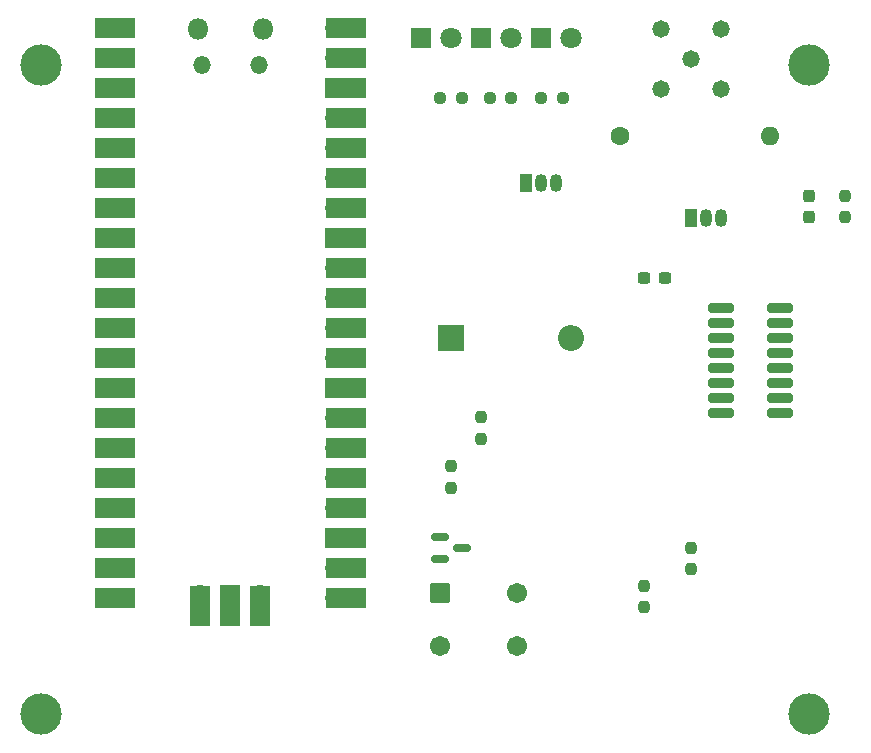
<source format=gts>
G04 #@! TF.GenerationSoftware,KiCad,Pcbnew,7.0.8-7.0.8~ubuntu22.04.1*
G04 #@! TF.CreationDate,2023-12-12T02:33:24+01:00*
G04 #@! TF.ProjectId,kicad,6b696361-642e-46b6-9963-61645f706362,rev?*
G04 #@! TF.SameCoordinates,Original*
G04 #@! TF.FileFunction,Soldermask,Top*
G04 #@! TF.FilePolarity,Negative*
%FSLAX46Y46*%
G04 Gerber Fmt 4.6, Leading zero omitted, Abs format (unit mm)*
G04 Created by KiCad (PCBNEW 7.0.8-7.0.8~ubuntu22.04.1) date 2023-12-12 02:33:24*
%MOMM*%
%LPD*%
G01*
G04 APERTURE LIST*
G04 Aperture macros list*
%AMRoundRect*
0 Rectangle with rounded corners*
0 $1 Rounding radius*
0 $2 $3 $4 $5 $6 $7 $8 $9 X,Y pos of 4 corners*
0 Add a 4 corners polygon primitive as box body*
4,1,4,$2,$3,$4,$5,$6,$7,$8,$9,$2,$3,0*
0 Add four circle primitives for the rounded corners*
1,1,$1+$1,$2,$3*
1,1,$1+$1,$4,$5*
1,1,$1+$1,$6,$7*
1,1,$1+$1,$8,$9*
0 Add four rect primitives between the rounded corners*
20,1,$1+$1,$2,$3,$4,$5,0*
20,1,$1+$1,$4,$5,$6,$7,0*
20,1,$1+$1,$6,$7,$8,$9,0*
20,1,$1+$1,$8,$9,$2,$3,0*%
G04 Aperture macros list end*
%ADD10RoundRect,0.144000X-0.943000X-0.258000X0.943000X-0.258000X0.943000X0.258000X-0.943000X0.258000X0*%
%ADD11R,1.800000X1.800000*%
%ADD12C,1.800000*%
%ADD13O,1.800000X1.800000*%
%ADD14O,1.500000X1.500000*%
%ADD15O,1.700000X1.700000*%
%ADD16R,3.500000X1.700000*%
%ADD17R,1.700000X1.700000*%
%ADD18R,1.700000X3.500000*%
%ADD19RoundRect,0.237500X-0.237500X0.250000X-0.237500X-0.250000X0.237500X-0.250000X0.237500X0.250000X0*%
%ADD20RoundRect,0.237500X-0.300000X-0.237500X0.300000X-0.237500X0.300000X0.237500X-0.300000X0.237500X0*%
%ADD21R,1.050000X1.500000*%
%ADD22O,1.050000X1.500000*%
%ADD23R,2.200000X2.200000*%
%ADD24O,2.200000X2.200000*%
%ADD25C,3.500000*%
%ADD26RoundRect,0.237500X-0.237500X0.300000X-0.237500X-0.300000X0.237500X-0.300000X0.237500X0.300000X0*%
%ADD27C,1.473200*%
%ADD28RoundRect,0.237500X-0.250000X-0.237500X0.250000X-0.237500X0.250000X0.237500X-0.250000X0.237500X0*%
%ADD29RoundRect,0.237500X0.237500X-0.250000X0.237500X0.250000X-0.237500X0.250000X-0.237500X-0.250000X0*%
%ADD30RoundRect,0.102000X-0.749000X-0.749000X0.749000X-0.749000X0.749000X0.749000X-0.749000X0.749000X0*%
%ADD31C,1.702000*%
%ADD32C,1.600000*%
%ADD33O,1.600000X1.600000*%
%ADD34RoundRect,0.150000X-0.587500X-0.150000X0.587500X-0.150000X0.587500X0.150000X-0.587500X0.150000X0*%
G04 APERTURE END LIST*
D10*
X162560000Y-68580000D03*
X162560000Y-69850000D03*
X162560000Y-71120000D03*
X162560000Y-72390000D03*
X162560000Y-73660000D03*
X162560000Y-74930000D03*
X162560000Y-76200000D03*
X162560000Y-77470000D03*
X167510000Y-77470000D03*
X167510000Y-76200000D03*
X167510000Y-74930000D03*
X167510000Y-73660000D03*
X167510000Y-72390000D03*
X167510000Y-71120000D03*
X167510000Y-69850000D03*
X167510000Y-68580000D03*
D11*
X137160000Y-45720000D03*
D12*
X139700000Y-45720000D03*
D13*
X118275000Y-45000000D03*
D14*
X118575000Y-48030000D03*
X123425000Y-48030000D03*
D13*
X123725000Y-45000000D03*
D15*
X112110000Y-44870000D03*
D16*
X111210000Y-44870000D03*
D15*
X112110000Y-47410000D03*
D16*
X111210000Y-47410000D03*
D17*
X112110000Y-49950000D03*
D16*
X111210000Y-49950000D03*
D15*
X112110000Y-52490000D03*
D16*
X111210000Y-52490000D03*
D15*
X112110000Y-55030000D03*
D16*
X111210000Y-55030000D03*
D15*
X112110000Y-57570000D03*
D16*
X111210000Y-57570000D03*
D15*
X112110000Y-60110000D03*
D16*
X111210000Y-60110000D03*
D17*
X112110000Y-62650000D03*
D16*
X111210000Y-62650000D03*
D15*
X112110000Y-65190000D03*
D16*
X111210000Y-65190000D03*
D15*
X112110000Y-67730000D03*
D16*
X111210000Y-67730000D03*
D15*
X112110000Y-70270000D03*
D16*
X111210000Y-70270000D03*
D15*
X112110000Y-72810000D03*
D16*
X111210000Y-72810000D03*
D17*
X112110000Y-75350000D03*
D16*
X111210000Y-75350000D03*
D15*
X112110000Y-77890000D03*
D16*
X111210000Y-77890000D03*
D15*
X112110000Y-80430000D03*
D16*
X111210000Y-80430000D03*
D15*
X112110000Y-82970000D03*
D16*
X111210000Y-82970000D03*
D15*
X112110000Y-85510000D03*
D16*
X111210000Y-85510000D03*
D17*
X112110000Y-88050000D03*
D16*
X111210000Y-88050000D03*
D15*
X112110000Y-90590000D03*
D16*
X111210000Y-90590000D03*
D15*
X112110000Y-93130000D03*
D16*
X111210000Y-93130000D03*
D15*
X129890000Y-93130000D03*
D16*
X130790000Y-93130000D03*
D15*
X129890000Y-90590000D03*
D16*
X130790000Y-90590000D03*
D17*
X129890000Y-88050000D03*
D16*
X130790000Y-88050000D03*
D15*
X129890000Y-85510000D03*
D16*
X130790000Y-85510000D03*
D15*
X129890000Y-82970000D03*
D16*
X130790000Y-82970000D03*
D15*
X129890000Y-80430000D03*
D16*
X130790000Y-80430000D03*
D15*
X129890000Y-77890000D03*
D16*
X130790000Y-77890000D03*
D17*
X129890000Y-75350000D03*
D16*
X130790000Y-75350000D03*
D15*
X129890000Y-72810000D03*
D16*
X130790000Y-72810000D03*
D15*
X129890000Y-70270000D03*
D16*
X130790000Y-70270000D03*
D15*
X129890000Y-67730000D03*
D16*
X130790000Y-67730000D03*
D15*
X129890000Y-65190000D03*
D16*
X130790000Y-65190000D03*
D17*
X129890000Y-62650000D03*
D16*
X130790000Y-62650000D03*
D15*
X129890000Y-60110000D03*
D16*
X130790000Y-60110000D03*
D15*
X129890000Y-57570000D03*
D16*
X130790000Y-57570000D03*
D15*
X129890000Y-55030000D03*
D16*
X130790000Y-55030000D03*
D15*
X129890000Y-52490000D03*
D16*
X130790000Y-52490000D03*
D17*
X129890000Y-49950000D03*
D16*
X130790000Y-49950000D03*
D15*
X129890000Y-47410000D03*
D16*
X130790000Y-47410000D03*
D15*
X129890000Y-44870000D03*
D16*
X130790000Y-44870000D03*
D15*
X118460000Y-92900000D03*
D18*
X118460000Y-93800000D03*
D17*
X121000000Y-92900000D03*
D18*
X121000000Y-93800000D03*
D15*
X123540000Y-92900000D03*
D18*
X123540000Y-93800000D03*
D19*
X173000000Y-59087500D03*
X173000000Y-60912500D03*
D20*
X156050000Y-66040000D03*
X157775000Y-66040000D03*
D21*
X160020000Y-60960000D03*
D22*
X161290000Y-60960000D03*
X162560000Y-60960000D03*
D11*
X142240000Y-45720000D03*
D12*
X144780000Y-45720000D03*
D23*
X139700000Y-71120000D03*
D24*
X149860000Y-71120000D03*
D25*
X170000000Y-48000000D03*
D19*
X156000000Y-92087500D03*
X156000000Y-93912500D03*
D26*
X170000000Y-59137500D03*
X170000000Y-60862500D03*
D27*
X160020000Y-47540000D03*
X157480000Y-45000000D03*
X157480000Y-50080000D03*
X162560000Y-50080000D03*
X162560000Y-45000000D03*
D11*
X147320000Y-45720000D03*
D12*
X149860000Y-45720000D03*
D28*
X138787500Y-50800000D03*
X140612500Y-50800000D03*
D29*
X139700000Y-83820000D03*
X139700000Y-81995000D03*
D19*
X142240000Y-77827500D03*
X142240000Y-79652500D03*
D29*
X160020000Y-90725000D03*
X160020000Y-88900000D03*
D30*
X138750000Y-92750000D03*
D31*
X138750000Y-97250000D03*
X145250000Y-92750000D03*
X145250000Y-97250000D03*
D21*
X146000000Y-58000000D03*
D22*
X147270000Y-58000000D03*
X148540000Y-58000000D03*
D25*
X170000000Y-103000000D03*
D28*
X142955000Y-50800000D03*
X144780000Y-50800000D03*
D32*
X154000000Y-54000000D03*
D33*
X166700000Y-54000000D03*
D28*
X147320000Y-50800000D03*
X149145000Y-50800000D03*
D34*
X138762500Y-87950000D03*
X138762500Y-89850000D03*
X140637500Y-88900000D03*
D25*
X105000000Y-48000000D03*
X105000000Y-103000000D03*
M02*

</source>
